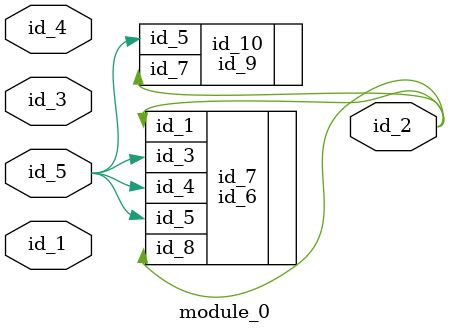
<source format=v>
module module_0 (
    id_1,
    id_2,
    id_3,
    id_4,
    id_5
);
  input id_5;
  input id_4;
  input id_3;
  output id_2;
  input id_1;
  id_6 id_7 (
      .id_5(id_2),
      .id_3(id_5),
      .id_4(id_5),
      .id_4(id_5),
      .id_1(id_2),
      .id_8(id_5),
      .id_5(id_4),
      .id_8(id_2),
      .id_5(id_5)
  );
  id_9 id_10 (
      .id_7(id_2),
      .id_5(id_5)
  );
endmodule

</source>
